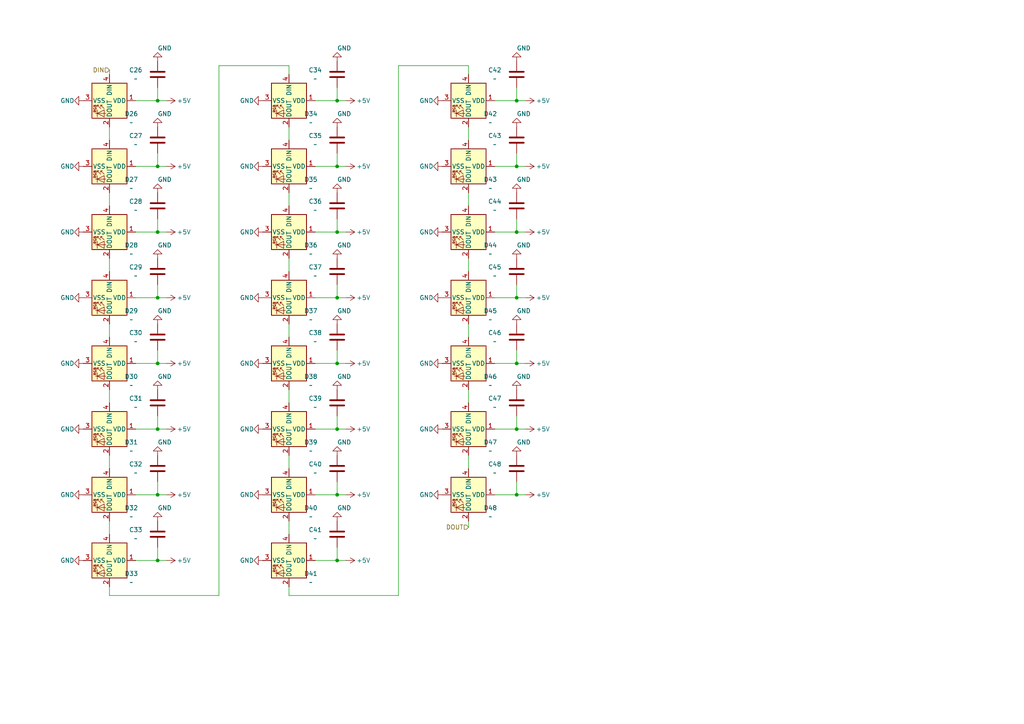
<source format=kicad_sch>
(kicad_sch (version 20211123) (generator eeschema)
  (paper "A4")
  (lib_symbols
    (symbol "Device:C" (pin_numbers hide) (pin_names (offset 0.254))
      (property "Reference" "C" (at 0.635 2.54 0))
      (property "Value" "C" (at 0.635 -2.54 0))
      (symbol "C_0_1"
        (polyline (pts (xy -2.032 -0.762) (xy 2.032 -0.762)) (stroke (width 0.508)))
        (polyline (pts (xy -2.032 0.762) (xy 2.032 0.762)) (stroke (width 0.508)))
      )
      (symbol "C_1_1"
        (pin passive line (at 0 3.81 270) (length 2.794) (name "~") (number "1"))
        (pin passive line (at 0 -3.81 90) (length 2.794) (name "~") (number "2"))
      )
    )
    (symbol "LED:WS2812B" (pin_names (offset 0.254))
      (property "Reference" "D" (at 5.08 5.715 0))
      (property "Value" "WS2812B" (at 1.27 -5.715 0))
      (symbol "WS2812B_0_0"
        (text "RGB" (at 2.286 -4.191 0) (effects (font (size 0.762 0.762))))
      )
      (symbol "WS2812B_0_1"
        (polyline (pts (xy 1.27 -3.556) (xy 1.778 -3.556)))
        (polyline (pts (xy 1.27 -2.54) (xy 1.778 -2.54)))
        (polyline (pts (xy 4.699 -3.556) (xy 2.667 -3.556)))
        (polyline (pts (xy 2.286 -2.54) (xy 1.27 -3.556) (xy 1.27 -3.048)))
        (polyline (pts (xy 2.286 -1.524) (xy 1.27 -2.54) (xy 1.27 -2.032)))
        (polyline (pts (xy 3.683 -1.016) (xy 3.683 -3.556) (xy 3.683 -4.064)))
        (polyline (pts (xy 4.699 -1.524) (xy 2.667 -1.524) (xy 3.683 -3.556) (xy 4.699 -1.524)))
        (rectangle (start 5.08 5.08) (end -5.08 -5.08) (stroke (width 0.254)) (fill (type background)))
      )
      (symbol "WS2812B_1_1"
        (pin power_in line (at 0 7.62 270) (length 2.54) (name "VDD") (number "1"))
        (pin output line (at 7.62 0 180) (length 2.54) (name "DOUT") (number "2"))
        (pin power_in line (at 0 -7.62 90) (length 2.54) (name "VSS") (number "3"))
        (pin input line (at -7.62 0 0) (length 2.54) (name "DIN") (number "4"))
      )
    )
    (symbol "power:+5V" (power) (pin_names (offset 0))
      (property "Value" "+5V" (at 0 3.556 0))
      (symbol "+5V_0_1"
        (polyline (pts (xy -0.762 1.27) (xy 0 2.54)))
        (polyline (pts (xy 0 0) (xy 0 2.54)))
        (polyline (pts (xy 0 2.54) (xy 0.762 1.27)))
      )
      (symbol "+5V_1_1"
        (pin power_in line (at 0 0 90) (length 0) hide (name "+5V") (number "1"))
      )
    )
    (symbol "power:GND" (power) (pin_names (offset 0))
      (property "Value" "GND" (at 0 -3.81 0))
      (symbol "GND_0_1"
        (polyline (pts (xy 0 0) (xy 0 -1.27) (xy 1.27 -1.27) (xy 0 -2.54) (xy -1.27 -1.27) (xy 0 -1.27)))
      )
      (symbol "GND_1_1"
        (pin power_in line (at 0 0 270) (length 0) hide (name "GND") (number "1"))
      )
    )
  )
  (junction (at 97.79 162.56))
  (junction (at 149.86 86.36))
  (junction (at 97.79 48.26))
  (junction (at 45.72 105.41))
  (junction (at 45.72 48.26))
  (junction (at 149.86 48.26))
  (junction (at 97.79 86.36))
  (junction (at 149.86 105.41))
  (junction (at 45.72 67.31))
  (junction (at 45.72 143.51))
  (junction (at 97.79 143.51))
  (junction (at 149.86 29.21))
  (junction (at 45.72 86.36))
  (junction (at 45.72 162.56))
  (junction (at 97.79 67.31))
  (junction (at 45.72 124.46))
  (junction (at 97.79 124.46))
  (junction (at 149.86 124.46))
  (junction (at 149.86 143.51))
  (junction (at 97.79 105.41))
  (junction (at 149.86 67.31))
  (junction (at 97.79 29.21))
  (junction (at 45.72 29.21))
  (wire (pts (xy 149.86 63.5) (xy 149.86 67.31)))
  (wire (pts (xy 135.89 152.908) (xy 135.89 151.13)))
  (wire (pts (xy 149.86 25.4) (xy 149.86 29.21)))
  (wire (pts (xy 152.4 105.41) (xy 149.86 105.41)))
  (wire (pts (xy 63.5 19.05) (xy 63.5 172.72)))
  (wire (pts (xy 45.72 101.6) (xy 45.72 105.41)))
  (wire (pts (xy 143.51 67.31) (xy 149.86 67.31)))
  (wire (pts (xy 135.89 55.88) (xy 135.89 59.69)))
  (wire (pts (xy 97.79 63.5) (xy 97.79 67.31)))
  (wire (pts (xy 31.75 113.03) (xy 31.75 116.84)))
  (wire (pts (xy 83.82 113.03) (xy 83.82 116.84)))
  (wire (pts (xy 152.4 48.26) (xy 149.86 48.26)))
  (wire (pts (xy 143.51 105.41) (xy 149.86 105.41)))
  (wire (pts (xy 100.33 86.36) (xy 97.79 86.36)))
  (wire (pts (xy 48.26 86.36) (xy 45.72 86.36)))
  (wire (pts (xy 143.51 48.26) (xy 149.86 48.26)))
  (wire (pts (xy 48.26 162.56) (xy 45.72 162.56)))
  (wire (pts (xy 91.44 143.51) (xy 97.79 143.51)))
  (wire (pts (xy 48.26 67.31) (xy 45.72 67.31)))
  (wire (pts (xy 149.86 101.6) (xy 149.86 105.41)))
  (wire (pts (xy 31.75 55.88) (xy 31.75 59.69)))
  (wire (pts (xy 91.44 162.56) (xy 97.79 162.56)))
  (wire (pts (xy 100.33 143.51) (xy 97.79 143.51)))
  (wire (pts (xy 143.51 143.51) (xy 149.86 143.51)))
  (wire (pts (xy 97.79 158.75) (xy 97.79 162.56)))
  (wire (pts (xy 39.37 86.36) (xy 45.72 86.36)))
  (wire (pts (xy 83.82 74.93) (xy 83.82 78.74)))
  (wire (pts (xy 143.51 29.21) (xy 149.86 29.21)))
  (wire (pts (xy 39.37 105.41) (xy 45.72 105.41)))
  (wire (pts (xy 143.51 86.36) (xy 149.86 86.36)))
  (wire (pts (xy 100.33 48.26) (xy 97.79 48.26)))
  (wire (pts (xy 91.44 29.21) (xy 97.79 29.21)))
  (wire (pts (xy 149.86 120.65) (xy 149.86 124.46)))
  (wire (pts (xy 152.4 67.31) (xy 149.86 67.31)))
  (wire (pts (xy 31.75 20.32) (xy 31.75 21.59)))
  (wire (pts (xy 45.72 158.75) (xy 45.72 162.56)))
  (wire (pts (xy 152.4 143.51) (xy 149.86 143.51)))
  (wire (pts (xy 83.82 151.13) (xy 83.82 154.94)))
  (wire (pts (xy 83.82 36.83) (xy 83.82 40.64)))
  (wire (pts (xy 135.89 19.05) (xy 135.89 21.59)))
  (wire (pts (xy 115.57 19.05) (xy 115.57 172.72)))
  (wire (pts (xy 31.75 170.18) (xy 31.75 172.72)))
  (wire (pts (xy 83.82 55.88) (xy 83.82 59.69)))
  (wire (pts (xy 63.5 19.05) (xy 83.82 19.05)))
  (wire (pts (xy 48.26 29.21) (xy 45.72 29.21)))
  (wire (pts (xy 97.79 120.65) (xy 97.79 124.46)))
  (wire (pts (xy 135.89 93.98) (xy 135.89 97.79)))
  (wire (pts (xy 45.72 82.55) (xy 45.72 86.36)))
  (wire (pts (xy 39.37 48.26) (xy 45.72 48.26)))
  (wire (pts (xy 48.26 143.51) (xy 45.72 143.51)))
  (wire (pts (xy 135.89 74.93) (xy 135.89 78.74)))
  (wire (pts (xy 83.82 172.72) (xy 115.57 172.72)))
  (wire (pts (xy 45.72 44.45) (xy 45.72 48.26)))
  (wire (pts (xy 97.79 139.7) (xy 97.79 143.51)))
  (wire (pts (xy 135.89 132.08) (xy 135.89 135.89)))
  (wire (pts (xy 152.4 124.46) (xy 149.86 124.46)))
  (wire (pts (xy 149.86 82.55) (xy 149.86 86.36)))
  (wire (pts (xy 97.79 101.6) (xy 97.79 105.41)))
  (wire (pts (xy 149.86 44.45) (xy 149.86 48.26)))
  (wire (pts (xy 31.75 132.08) (xy 31.75 135.89)))
  (wire (pts (xy 97.79 25.4) (xy 97.79 29.21)))
  (wire (pts (xy 48.26 124.46) (xy 45.72 124.46)))
  (wire (pts (xy 48.26 48.26) (xy 45.72 48.26)))
  (wire (pts (xy 97.79 82.55) (xy 97.79 86.36)))
  (wire (pts (xy 115.57 19.05) (xy 135.89 19.05)))
  (wire (pts (xy 91.44 86.36) (xy 97.79 86.36)))
  (wire (pts (xy 97.79 44.45) (xy 97.79 48.26)))
  (wire (pts (xy 83.82 170.18) (xy 83.82 172.72)))
  (wire (pts (xy 48.26 105.41) (xy 45.72 105.41)))
  (wire (pts (xy 45.72 139.7) (xy 45.72 143.51)))
  (wire (pts (xy 91.44 124.46) (xy 97.79 124.46)))
  (wire (pts (xy 83.82 19.05) (xy 83.82 21.59)))
  (wire (pts (xy 149.86 139.7) (xy 149.86 143.51)))
  (wire (pts (xy 91.44 105.41) (xy 97.79 105.41)))
  (wire (pts (xy 31.75 172.72) (xy 63.5 172.72)))
  (wire (pts (xy 100.33 162.56) (xy 97.79 162.56)))
  (wire (pts (xy 91.44 48.26) (xy 97.79 48.26)))
  (wire (pts (xy 31.75 36.83) (xy 31.75 40.64)))
  (wire (pts (xy 45.72 63.5) (xy 45.72 67.31)))
  (wire (pts (xy 135.89 36.83) (xy 135.89 40.64)))
  (wire (pts (xy 100.33 105.41) (xy 97.79 105.41)))
  (wire (pts (xy 39.37 29.21) (xy 45.72 29.21)))
  (wire (pts (xy 39.37 143.51) (xy 45.72 143.51)))
  (wire (pts (xy 135.89 113.03) (xy 135.89 116.84)))
  (wire (pts (xy 83.82 93.98) (xy 83.82 97.79)))
  (wire (pts (xy 45.72 25.4) (xy 45.72 29.21)))
  (wire (pts (xy 39.37 124.46) (xy 45.72 124.46)))
  (wire (pts (xy 39.37 67.31) (xy 45.72 67.31)))
  (wire (pts (xy 31.75 74.93) (xy 31.75 78.74)))
  (wire (pts (xy 31.75 93.98) (xy 31.75 97.79)))
  (wire (pts (xy 100.33 29.21) (xy 97.79 29.21)))
  (wire (pts (xy 83.82 132.08) (xy 83.82 135.89)))
  (wire (pts (xy 100.33 124.46) (xy 97.79 124.46)))
  (wire (pts (xy 45.72 120.65) (xy 45.72 124.46)))
  (wire (pts (xy 39.37 162.56) (xy 45.72 162.56)))
  (wire (pts (xy 152.4 86.36) (xy 149.86 86.36)))
  (wire (pts (xy 100.33 67.31) (xy 97.79 67.31)))
  (wire (pts (xy 143.51 124.46) (xy 149.86 124.46)))
  (wire (pts (xy 31.75 151.13) (xy 31.75 154.94)))
  (wire (pts (xy 91.44 67.31) (xy 97.79 67.31)))
  (wire (pts (xy 152.4 29.21) (xy 149.86 29.21)))
  (hierarchical_label "DIN" (shape input) (at 31.75 20.32 180))
  (hierarchical_label "DOUT" (shape input) (at 135.89 152.908 180))
  (symbol (lib_id "power:GND") (at 45.72 93.98 180) (unit 1)
    (property "Reference" "#PWR0232" (effects hide))
    (property "Value" "~" (at 45.7201 90.17 0) (effects (justify right)))
  )
  (symbol (lib_id "power:+5V") (at 48.26 162.56 270) (unit 1)
    (property "Reference" "#PWR0241" (effects hide))
    (property "Value" "~" (at 53.34 162.56 90))
  )
  (symbol (lib_id "LED:WS2812B") (at 135.89 124.46 270) (unit 1)
    (property "Reference" "D47" (at 142.24 128.27 90))
    (property "Value" "~" (at 142.24 130.81 90))
    (property "Footprint" "LED_SMD:LED_WS2812B_PLCC4_5.0x5.0mm_P3.2mm" (effects hide))
    (property "Datasheet" "https://cdn-shop.adafruit.com/datasheets/WS2812B.pdf" (effects hide))
  )
  (symbol (lib_id "power:GND") (at 76.2 67.31 270) (unit 1)
    (property "Reference" "#PWR0205" (effects hide))
    (property "Value" "~" (at 73.66 67.31 90) (effects (justify right)))
  )
  (symbol (lib_id "LED:WS2812B") (at 83.82 143.51 270) (unit 1)
    (property "Reference" "D40" (at 90.17 147.32 90))
    (property "Value" "~" (at 90.17 149.86 90))
    (property "Footprint" "LED_SMD:LED_WS2812B_PLCC4_5.0x5.0mm_P3.2mm" (effects hide))
    (property "Datasheet" "https://cdn-shop.adafruit.com/datasheets/WS2812B.pdf" (effects hide))
  )
  (symbol (lib_id "power:GND") (at 97.79 151.13 180) (unit 1)
    (property "Reference" "#PWR0245" (effects hide))
    (property "Value" "~" (at 97.7901 147.32 0) (effects (justify right)))
  )
  (symbol (lib_id "Device:C") (at 45.72 40.64 0) (unit 1)
    (property "Reference" "C27" (at 39.37 39.37 0))
    (property "Value" "~" (at 39.37 41.91 0))
    (property "Footprint" "Library:C_0805_2012Metric silk moved" (effects hide))
  )
  (symbol (lib_id "power:GND") (at 149.86 17.78 180) (unit 1)
    (property "Reference" "#PWR0228" (effects hide))
    (property "Value" "~" (at 149.8601 13.97 0) (effects (justify right)))
  )
  (symbol (lib_id "power:+5V") (at 100.33 143.51 270) (unit 1)
    (property "Reference" "#PWR0190" (effects hide))
    (property "Value" "~" (at 105.41 143.51 90))
  )
  (symbol (lib_id "Device:C") (at 45.72 135.89 0) (unit 1)
    (property "Reference" "C32" (at 39.37 134.62 0))
    (property "Value" "~" (at 39.37 137.16 0))
    (property "Footprint" "Library:C_0805_2012Metric silk moved" (effects hide))
  )
  (symbol (lib_id "power:+5V") (at 152.4 105.41 270) (unit 1)
    (property "Reference" "#PWR0194" (effects hide))
    (property "Value" "~" (at 157.48 105.41 90))
  )
  (symbol (lib_id "LED:WS2812B") (at 135.89 105.41 270) (unit 1)
    (property "Reference" "D46" (at 142.24 109.22 90))
    (property "Value" "~" (at 142.24 111.76 90))
    (property "Footprint" "LED_SMD:LED_WS2812B_PLCC4_5.0x5.0mm_P3.2mm" (effects hide))
    (property "Datasheet" "https://cdn-shop.adafruit.com/datasheets/WS2812B.pdf" (effects hide))
  )
  (symbol (lib_id "power:GND") (at 97.79 17.78 180) (unit 1)
    (property "Reference" "#PWR0212" (effects hide))
    (property "Value" "~" (at 97.7901 13.97 0) (effects (justify right)))
  )
  (symbol (lib_id "power:GND") (at 24.13 143.51 270) (unit 1)
    (property "Reference" "#PWR0185" (effects hide))
    (property "Value" "~" (at 21.59 143.51 90) (effects (justify right)))
  )
  (symbol (lib_id "power:GND") (at 149.86 93.98 180) (unit 1)
    (property "Reference" "#PWR0195" (effects hide))
    (property "Value" "~" (at 149.8601 90.17 0) (effects (justify right)))
  )
  (symbol (lib_id "power:+5V") (at 48.26 67.31 270) (unit 1)
    (property "Reference" "#PWR0248" (effects hide))
    (property "Value" "~" (at 53.34 67.31 90))
  )
  (symbol (lib_id "power:GND") (at 128.27 48.26 270) (unit 1)
    (property "Reference" "#PWR0225" (effects hide))
    (property "Value" "~" (at 125.73 48.26 90) (effects (justify right)))
  )
  (symbol (lib_id "Device:C") (at 149.86 40.64 0) (unit 1)
    (property "Reference" "C43" (at 143.51 39.37 0))
    (property "Value" "~" (at 143.51 41.91 0))
    (property "Footprint" "Library:C_0805_2012Metric silk moved" (effects hide))
  )
  (symbol (lib_id "power:GND") (at 76.2 48.26 270) (unit 1)
    (property "Reference" "#PWR0211" (effects hide))
    (property "Value" "~" (at 73.66 48.26 90) (effects (justify right)))
  )
  (symbol (lib_id "Device:C") (at 97.79 154.94 0) (unit 1)
    (property "Reference" "C41" (at 91.44 153.67 0))
    (property "Value" "~" (at 91.44 156.21 0))
    (property "Footprint" "Library:C_0805_2012Metric silk moved" (effects hide))
  )
  (symbol (lib_id "power:+5V") (at 48.26 29.21 270) (unit 1)
    (property "Reference" "#PWR0216" (effects hide))
    (property "Value" "~" (at 53.34 29.21 90))
  )
  (symbol (lib_id "Device:C") (at 149.86 21.59 0) (unit 1)
    (property "Reference" "C42" (at 143.51 20.32 0))
    (property "Value" "~" (at 143.51 22.86 0))
    (property "Footprint" "Library:C_0805_2012Metric silk moved" (effects hide))
  )
  (symbol (lib_id "power:GND") (at 45.72 17.78 180) (unit 1)
    (property "Reference" "#PWR0213" (effects hide))
    (property "Value" "~" (at 45.7201 13.97 0) (effects (justify right)))
  )
  (symbol (lib_id "LED:WS2812B") (at 135.89 86.36 270) (unit 1)
    (property "Reference" "D45" (at 142.24 90.17 90))
    (property "Value" "~" (at 142.24 92.71 90))
    (property "Footprint" "LED_SMD:LED_WS2812B_PLCC4_5.0x5.0mm_P3.2mm" (effects hide))
    (property "Datasheet" "https://cdn-shop.adafruit.com/datasheets/WS2812B.pdf" (effects hide))
  )
  (symbol (lib_id "power:+5V") (at 100.33 67.31 270) (unit 1)
    (property "Reference" "#PWR0226" (effects hide))
    (property "Value" "~" (at 105.41 67.31 90))
  )
  (symbol (lib_id "power:GND") (at 24.13 29.21 270) (unit 1)
    (property "Reference" "#PWR0214" (effects hide))
    (property "Value" "~" (at 21.59 29.21 90) (effects (justify right)))
  )
  (symbol (lib_id "power:GND") (at 76.2 162.56 270) (unit 1)
    (property "Reference" "#PWR0242" (effects hide))
    (property "Value" "~" (at 73.66 162.56 90) (effects (justify right)))
  )
  (symbol (lib_id "power:GND") (at 97.79 132.08 180) (unit 1)
    (property "Reference" "#PWR0239" (effects hide))
    (property "Value" "~" (at 97.7901 128.27 0) (effects (justify right)))
  )
  (symbol (lib_id "LED:WS2812B") (at 83.82 86.36 270) (unit 1)
    (property "Reference" "D37" (at 90.17 90.17 90))
    (property "Value" "~" (at 90.17 92.71 90))
    (property "Footprint" "LED_SMD:LED_WS2812B_PLCC4_5.0x5.0mm_P3.2mm" (effects hide))
    (property "Datasheet" "https://cdn-shop.adafruit.com/datasheets/WS2812B.pdf" (effects hide))
  )
  (symbol (lib_id "power:+5V") (at 152.4 86.36 270) (unit 1)
    (property "Reference" "#PWR0193" (effects hide))
    (property "Value" "~" (at 157.48 86.36 90))
  )
  (symbol (lib_id "Device:C") (at 97.79 116.84 0) (unit 1)
    (property "Reference" "C39" (at 91.44 115.57 0))
    (property "Value" "~" (at 91.44 118.11 0))
    (property "Footprint" "Library:C_0805_2012Metric silk moved" (effects hide))
  )
  (symbol (lib_id "LED:WS2812B") (at 31.75 67.31 270) (unit 1)
    (property "Reference" "D28" (at 38.1 71.12 90))
    (property "Value" "~" (at 38.1 73.66 90))
    (property "Footprint" "LED_SMD:LED_WS2812B_PLCC4_5.0x5.0mm_P3.2mm" (effects hide))
    (property "Datasheet" "https://cdn-shop.adafruit.com/datasheets/WS2812B.pdf" (effects hide))
  )
  (symbol (lib_id "Device:C") (at 149.86 135.89 0) (unit 1)
    (property "Reference" "C48" (at 143.51 134.62 0))
    (property "Value" "~" (at 143.51 137.16 0))
    (property "Footprint" "Library:C_0805_2012Metric silk moved" (effects hide))
  )
  (symbol (lib_id "Device:C") (at 45.72 59.69 0) (unit 1)
    (property "Reference" "C28" (at 39.37 58.42 0))
    (property "Value" "~" (at 39.37 60.96 0))
    (property "Footprint" "Library:C_0805_2012Metric silk moved" (effects hide))
  )
  (symbol (lib_id "power:+5V") (at 48.26 124.46 270) (unit 1)
    (property "Reference" "#PWR0182" (effects hide))
    (property "Value" "~" (at 53.34 124.46 90))
  )
  (symbol (lib_id "LED:WS2812B") (at 135.89 29.21 270) (unit 1)
    (property "Reference" "D42" (at 142.24 33.02 90))
    (property "Value" "~" (at 142.24 35.56 90))
    (property "Footprint" "LED_SMD:LED_WS2812B_PLCC4_5.0x5.0mm_P3.2mm" (effects hide))
    (property "Datasheet" "https://cdn-shop.adafruit.com/datasheets/WS2812B.pdf" (effects hide))
  )
  (symbol (lib_id "power:GND") (at 149.86 74.93 180) (unit 1)
    (property "Reference" "#PWR0230" (effects hide))
    (property "Value" "~" (at 149.8601 71.12 0) (effects (justify right)))
  )
  (symbol (lib_id "power:GND") (at 24.13 48.26 270) (unit 1)
    (property "Reference" "#PWR0217" (effects hide))
    (property "Value" "~" (at 21.59 48.26 90) (effects (justify right)))
  )
  (symbol (lib_id "power:GND") (at 128.27 105.41 270) (unit 1)
    (property "Reference" "#PWR0198" (effects hide))
    (property "Value" "~" (at 125.73 105.41 90) (effects (justify right)))
  )
  (symbol (lib_id "LED:WS2812B") (at 31.75 143.51 270) (unit 1)
    (property "Reference" "D32" (at 38.1 147.32 90))
    (property "Value" "~" (at 38.1 149.86 90))
    (property "Footprint" "LED_SMD:LED_WS2812B_PLCC4_5.0x5.0mm_P3.2mm" (effects hide))
    (property "Datasheet" "https://cdn-shop.adafruit.com/datasheets/WS2812B.pdf" (effects hide))
  )
  (symbol (lib_id "Device:C") (at 97.79 97.79 0) (unit 1)
    (property "Reference" "C38" (at 91.44 96.52 0))
    (property "Value" "~" (at 91.44 99.06 0))
    (property "Footprint" "Library:C_0805_2012Metric silk moved" (effects hide))
  )
  (symbol (lib_id "Device:C") (at 149.86 97.79 0) (unit 1)
    (property "Reference" "C46" (at 143.51 96.52 0))
    (property "Value" "~" (at 143.51 99.06 0))
    (property "Footprint" "Library:C_0805_2012Metric silk moved" (effects hide))
  )
  (symbol (lib_id "LED:WS2812B") (at 31.75 124.46 270) (unit 1)
    (property "Reference" "D31" (at 38.1 128.27 90))
    (property "Value" "~" (at 38.1 130.81 90))
    (property "Footprint" "LED_SMD:LED_WS2812B_PLCC4_5.0x5.0mm_P3.2mm" (effects hide))
    (property "Datasheet" "https://cdn-shop.adafruit.com/datasheets/WS2812B.pdf" (effects hide))
  )
  (symbol (lib_id "power:GND") (at 24.13 162.56 270) (unit 1)
    (property "Reference" "#PWR0180" (effects hide))
    (property "Value" "~" (at 21.59 162.56 90) (effects (justify right)))
  )
  (symbol (lib_id "power:GND") (at 45.72 36.83 180) (unit 1)
    (property "Reference" "#PWR0215" (effects hide))
    (property "Value" "~" (at 45.7201 33.02 0) (effects (justify right)))
  )
  (symbol (lib_id "LED:WS2812B") (at 83.82 124.46 270) (unit 1)
    (property "Reference" "D39" (at 90.17 128.27 90))
    (property "Value" "~" (at 90.17 130.81 90))
    (property "Footprint" "LED_SMD:LED_WS2812B_PLCC4_5.0x5.0mm_P3.2mm" (effects hide))
    (property "Datasheet" "https://cdn-shop.adafruit.com/datasheets/WS2812B.pdf" (effects hide))
  )
  (symbol (lib_id "power:GND") (at 76.2 124.46 270) (unit 1)
    (property "Reference" "#PWR0243" (effects hide))
    (property "Value" "~" (at 73.66 124.46 90) (effects (justify right)))
  )
  (symbol (lib_id "power:+5V") (at 152.4 124.46 270) (unit 1)
    (property "Reference" "#PWR0197" (effects hide))
    (property "Value" "~" (at 157.48 124.46 90))
  )
  (symbol (lib_id "Device:C") (at 149.86 59.69 0) (unit 1)
    (property "Reference" "C44" (at 143.51 58.42 0))
    (property "Value" "~" (at 143.51 60.96 0))
    (property "Footprint" "Library:C_0805_2012Metric silk moved" (effects hide))
  )
  (symbol (lib_id "LED:WS2812B") (at 31.75 162.56 270) (unit 1)
    (property "Reference" "D33" (at 38.1 166.37 90))
    (property "Value" "~" (at 38.1 168.91 90))
    (property "Footprint" "LED_SMD:LED_WS2812B_PLCC4_5.0x5.0mm_P3.2mm" (effects hide))
    (property "Datasheet" "https://cdn-shop.adafruit.com/datasheets/WS2812B.pdf" (effects hide))
  )
  (symbol (lib_id "power:GND") (at 97.79 113.03 180) (unit 1)
    (property "Reference" "#PWR0206" (effects hide))
    (property "Value" "~" (at 97.7901 109.22 0) (effects (justify right)))
  )
  (symbol (lib_id "power:+5V") (at 100.33 48.26 270) (unit 1)
    (property "Reference" "#PWR0227" (effects hide))
    (property "Value" "~" (at 105.41 48.26 90))
  )
  (symbol (lib_id "power:GND") (at 76.2 105.41 270) (unit 1)
    (property "Reference" "#PWR0207" (effects hide))
    (property "Value" "~" (at 73.66 105.41 90) (effects (justify right)))
  )
  (symbol (lib_id "Device:C") (at 149.86 116.84 0) (unit 1)
    (property "Reference" "C47" (at 143.51 115.57 0))
    (property "Value" "~" (at 143.51 118.11 0))
    (property "Footprint" "Library:C_0805_2012Metric silk moved" (effects hide))
  )
  (symbol (lib_id "LED:WS2812B") (at 83.82 67.31 270) (unit 1)
    (property "Reference" "D36" (at 90.17 71.12 90))
    (property "Value" "~" (at 90.17 73.66 90))
    (property "Footprint" "LED_SMD:LED_WS2812B_PLCC4_5.0x5.0mm_P3.2mm" (effects hide))
    (property "Datasheet" "https://cdn-shop.adafruit.com/datasheets/WS2812B.pdf" (effects hide))
  )
  (symbol (lib_id "LED:WS2812B") (at 31.75 48.26 270) (unit 1)
    (property "Reference" "D27" (at 38.1 52.07 90))
    (property "Value" "~" (at 38.1 54.61 90))
    (property "Footprint" "LED_SMD:LED_WS2812B_PLCC4_5.0x5.0mm_P3.2mm" (effects hide))
    (property "Datasheet" "https://cdn-shop.adafruit.com/datasheets/WS2812B.pdf" (effects hide))
  )
  (symbol (lib_id "power:GND") (at 45.72 55.88 180) (unit 1)
    (property "Reference" "#PWR0246" (effects hide))
    (property "Value" "~" (at 45.7201 52.07 0) (effects (justify right)))
  )
  (symbol (lib_id "power:GND") (at 45.72 113.03 180) (unit 1)
    (property "Reference" "#PWR0235" (effects hide))
    (property "Value" "~" (at 45.7201 109.22 0) (effects (justify right)))
  )
  (symbol (lib_id "power:GND") (at 76.2 29.21 270) (unit 1)
    (property "Reference" "#PWR0208" (effects hide))
    (property "Value" "~" (at 73.66 29.21 90) (effects (justify right)))
  )
  (symbol (lib_id "power:GND") (at 24.13 124.46 270) (unit 1)
    (property "Reference" "#PWR0186" (effects hide))
    (property "Value" "~" (at 21.59 124.46 90) (effects (justify right)))
  )
  (symbol (lib_id "LED:WS2812B") (at 135.89 67.31 270) (unit 1)
    (property "Reference" "D44" (at 142.24 71.12 90))
    (property "Value" "~" (at 142.24 73.66 90))
    (property "Footprint" "LED_SMD:LED_WS2812B_PLCC4_5.0x5.0mm_P3.2mm" (effects hide))
    (property "Datasheet" "https://cdn-shop.adafruit.com/datasheets/WS2812B.pdf" (effects hide))
  )
  (symbol (lib_id "power:GND") (at 128.27 124.46 270) (unit 1)
    (property "Reference" "#PWR0191" (effects hide))
    (property "Value" "~" (at 125.73 124.46 90) (effects (justify right)))
  )
  (symbol (lib_id "Device:C") (at 97.79 21.59 0) (unit 1)
    (property "Reference" "C34" (at 91.44 20.32 0))
    (property "Value" "~" (at 91.44 22.86 0))
    (property "Footprint" "Library:C_0805_2012Metric silk moved" (effects hide))
  )
  (symbol (lib_id "power:GND") (at 45.72 151.13 180) (unit 1)
    (property "Reference" "#PWR0184" (effects hide))
    (property "Value" "~" (at 45.7201 147.32 0) (effects (justify right)))
  )
  (symbol (lib_id "Device:C") (at 97.79 59.69 0) (unit 1)
    (property "Reference" "C36" (at 91.44 58.42 0))
    (property "Value" "~" (at 91.44 60.96 0))
    (property "Footprint" "Library:C_0805_2012Metric silk moved" (effects hide))
  )
  (symbol (lib_id "power:+5V") (at 100.33 86.36 270) (unit 1)
    (property "Reference" "#PWR0200" (effects hide))
    (property "Value" "~" (at 105.41 86.36 90))
  )
  (symbol (lib_id "power:+5V") (at 152.4 143.51 270) (unit 1)
    (property "Reference" "#PWR0188" (effects hide))
    (property "Value" "~" (at 157.48 143.51 90))
  )
  (symbol (lib_id "LED:WS2812B") (at 83.82 29.21 270) (unit 1)
    (property "Reference" "D34" (at 90.17 33.02 90))
    (property "Value" "~" (at 90.17 35.56 90))
    (property "Footprint" "LED_SMD:LED_WS2812B_PLCC4_5.0x5.0mm_P3.2mm" (effects hide))
    (property "Datasheet" "https://cdn-shop.adafruit.com/datasheets/WS2812B.pdf" (effects hide))
  )
  (symbol (lib_id "Device:C") (at 97.79 78.74 0) (unit 1)
    (property "Reference" "C37" (at 91.44 77.47 0))
    (property "Value" "~" (at 91.44 80.01 0))
    (property "Footprint" "Library:C_0805_2012Metric silk moved" (effects hide))
  )
  (symbol (lib_id "power:+5V") (at 152.4 48.26 270) (unit 1)
    (property "Reference" "#PWR0220" (effects hide))
    (property "Value" "~" (at 157.48 48.26 90))
  )
  (symbol (lib_id "Device:C") (at 45.72 78.74 0) (unit 1)
    (property "Reference" "C29" (at 39.37 77.47 0))
    (property "Value" "~" (at 39.37 80.01 0))
    (property "Footprint" "Library:C_0805_2012Metric silk moved" (effects hide))
  )
  (symbol (lib_id "power:+5V") (at 100.33 124.46 270) (unit 1)
    (property "Reference" "#PWR0189" (effects hide))
    (property "Value" "~" (at 105.41 124.46 90))
  )
  (symbol (lib_id "power:+5V") (at 48.26 86.36 270) (unit 1)
    (property "Reference" "#PWR0231" (effects hide))
    (property "Value" "~" (at 53.34 86.36 90))
  )
  (symbol (lib_id "power:+5V") (at 100.33 162.56 270) (unit 1)
    (property "Reference" "#PWR0240" (effects hide))
    (property "Value" "~" (at 105.41 162.56 90))
  )
  (symbol (lib_id "power:GND") (at 149.86 113.03 180) (unit 1)
    (property "Reference" "#PWR0187" (effects hide))
    (property "Value" "~" (at 149.8601 109.22 0) (effects (justify right)))
  )
  (symbol (lib_id "power:GND") (at 45.72 74.93 180) (unit 1)
    (property "Reference" "#PWR0233" (effects hide))
    (property "Value" "~" (at 45.7201 71.12 0) (effects (justify right)))
  )
  (symbol (lib_id "LED:WS2812B") (at 83.82 48.26 270) (unit 1)
    (property "Reference" "D35" (at 90.17 52.07 90))
    (property "Value" "~" (at 90.17 54.61 90))
    (property "Footprint" "LED_SMD:LED_WS2812B_PLCC4_5.0x5.0mm_P3.2mm" (effects hide))
    (property "Datasheet" "https://cdn-shop.adafruit.com/datasheets/WS2812B.pdf" (effects hide))
  )
  (symbol (lib_id "power:GND") (at 149.86 132.08 180) (unit 1)
    (property "Reference" "#PWR0192" (effects hide))
    (property "Value" "~" (at 149.8601 128.27 0) (effects (justify right)))
  )
  (symbol (lib_id "power:GND") (at 97.79 93.98 180) (unit 1)
    (property "Reference" "#PWR0202" (effects hide))
    (property "Value" "~" (at 97.7901 90.17 0) (effects (justify right)))
  )
  (symbol (lib_id "Device:C") (at 97.79 135.89 0) (unit 1)
    (property "Reference" "C40" (at 91.44 134.62 0))
    (property "Value" "~" (at 91.44 137.16 0))
    (property "Footprint" "Library:C_0805_2012Metric silk moved" (effects hide))
  )
  (symbol (lib_id "power:GND") (at 149.86 55.88 180) (unit 1)
    (property "Reference" "#PWR0221" (effects hide))
    (property "Value" "~" (at 149.8601 52.07 0) (effects (justify right)))
  )
  (symbol (lib_id "Device:C") (at 45.72 21.59 0) (unit 1)
    (property "Reference" "C26" (at 39.37 20.32 0))
    (property "Value" "~" (at 39.37 22.86 0))
    (property "Footprint" "Library:C_0805_2012Metric silk moved" (effects hide))
  )
  (symbol (lib_id "power:+5V") (at 48.26 105.41 270) (unit 1)
    (property "Reference" "#PWR0236" (effects hide))
    (property "Value" "~" (at 53.34 105.41 90))
  )
  (symbol (lib_id "power:GND") (at 128.27 67.31 270) (unit 1)
    (property "Reference" "#PWR0224" (effects hide))
    (property "Value" "~" (at 125.73 67.31 90) (effects (justify right)))
  )
  (symbol (lib_id "power:+5V") (at 152.4 67.31 270) (unit 1)
    (property "Reference" "#PWR0222" (effects hide))
    (property "Value" "~" (at 157.48 67.31 90))
  )
  (symbol (lib_id "LED:WS2812B") (at 31.75 105.41 270) (unit 1)
    (property "Reference" "D30" (at 38.1 109.22 90))
    (property "Value" "~" (at 38.1 111.76 90))
    (property "Footprint" "LED_SMD:LED_WS2812B_PLCC4_5.0x5.0mm_P3.2mm" (effects hide))
    (property "Datasheet" "https://cdn-shop.adafruit.com/datasheets/WS2812B.pdf" (effects hide))
  )
  (symbol (lib_id "Device:C") (at 45.72 97.79 0) (unit 1)
    (property "Reference" "C30" (at 39.37 96.52 0))
    (property "Value" "~" (at 39.37 99.06 0))
    (property "Footprint" "Library:C_0805_2012Metric silk moved" (effects hide))
  )
  (symbol (lib_id "Device:C") (at 97.79 40.64 0) (unit 1)
    (property "Reference" "C35" (at 91.44 39.37 0))
    (property "Value" "~" (at 91.44 41.91 0))
    (property "Footprint" "Library:C_0805_2012Metric silk moved" (effects hide))
  )
  (symbol (lib_id "power:GND") (at 97.79 55.88 180) (unit 1)
    (property "Reference" "#PWR0210" (effects hide))
    (property "Value" "~" (at 97.7901 52.07 0) (effects (justify right)))
  )
  (symbol (lib_id "power:GND") (at 76.2 86.36 270) (unit 1)
    (property "Reference" "#PWR0203" (effects hide))
    (property "Value" "~" (at 73.66 86.36 90) (effects (justify right)))
  )
  (symbol (lib_id "power:+5V") (at 100.33 105.41 270) (unit 1)
    (property "Reference" "#PWR0201" (effects hide))
    (property "Value" "~" (at 105.41 105.41 90))
  )
  (symbol (lib_id "LED:WS2812B") (at 31.75 86.36 270) (unit 1)
    (property "Reference" "D29" (at 38.1 90.17 90))
    (property "Value" "~" (at 38.1 92.71 90))
    (property "Footprint" "LED_SMD:LED_WS2812B_PLCC4_5.0x5.0mm_P3.2mm" (effects hide))
    (property "Datasheet" "https://cdn-shop.adafruit.com/datasheets/WS2812B.pdf" (effects hide))
  )
  (symbol (lib_id "power:GND") (at 24.13 105.41 270) (unit 1)
    (property "Reference" "#PWR0237" (effects hide))
    (property "Value" "~" (at 21.59 105.41 90) (effects (justify right)))
  )
  (symbol (lib_id "power:GND") (at 128.27 143.51 270) (unit 1)
    (property "Reference" "#PWR0196" (effects hide))
    (property "Value" "~" (at 125.73 143.51 90) (effects (justify right)))
  )
  (symbol (lib_id "power:GND") (at 128.27 29.21 270) (unit 1)
    (property "Reference" "#PWR0218" (effects hide))
    (property "Value" "~" (at 125.73 29.21 90) (effects (justify right)))
  )
  (symbol (lib_id "power:+5V") (at 152.4 29.21 270) (unit 1)
    (property "Reference" "#PWR0229" (effects hide))
    (property "Value" "~" (at 157.48 29.21 90))
  )
  (symbol (lib_id "LED:WS2812B") (at 83.82 162.56 270) (unit 1)
    (property "Reference" "D41" (at 90.17 166.37 90))
    (property "Value" "~" (at 90.17 168.91 90))
    (property "Footprint" "LED_SMD:LED_WS2812B_PLCC4_5.0x5.0mm_P3.2mm" (effects hide))
    (property "Datasheet" "https://cdn-shop.adafruit.com/datasheets/WS2812B.pdf" (effects hide))
  )
  (symbol (lib_id "LED:WS2812B") (at 31.75 29.21 270) (unit 1)
    (property "Reference" "D26" (at 38.1 33.02 90))
    (property "Value" "~" (at 38.1 35.56 90))
    (property "Footprint" "LED_SMD:LED_WS2812B_PLCC4_5.0x5.0mm_P3.2mm" (effects hide))
    (property "Datasheet" "https://cdn-shop.adafruit.com/datasheets/WS2812B.pdf" (effects hide))
  )
  (symbol (lib_id "Device:C") (at 149.86 78.74 0) (unit 1)
    (property "Reference" "C45" (at 143.51 77.47 0))
    (property "Value" "~" (at 143.51 80.01 0))
    (property "Footprint" "Library:C_0805_2012Metric silk moved" (effects hide))
  )
  (symbol (lib_id "power:+5V") (at 100.33 29.21 270) (unit 1)
    (property "Reference" "#PWR0219" (effects hide))
    (property "Value" "~" (at 105.41 29.21 90))
  )
  (symbol (lib_id "Device:C") (at 45.72 154.94 0) (unit 1)
    (property "Reference" "C33" (at 39.37 153.67 0))
    (property "Value" "~" (at 39.37 156.21 0))
    (property "Footprint" "Library:C_0805_2012Metric silk moved" (effects hide))
  )
  (symbol (lib_id "power:GND") (at 24.13 86.36 270) (unit 1)
    (property "Reference" "#PWR0238" (effects hide))
    (property "Value" "~" (at 21.59 86.36 90) (effects (justify right)))
  )
  (symbol (lib_id "power:GND") (at 128.27 86.36 270) (unit 1)
    (property "Reference" "#PWR0199" (effects hide))
    (property "Value" "~" (at 125.73 86.36 90) (effects (justify right)))
  )
  (symbol (lib_id "LED:WS2812B") (at 135.89 48.26 270) (unit 1)
    (property "Reference" "D43" (at 142.24 52.07 90))
    (property "Value" "~" (at 142.24 54.61 90))
    (property "Footprint" "LED_SMD:LED_WS2812B_PLCC4_5.0x5.0mm_P3.2mm" (effects hide))
    (property "Datasheet" "https://cdn-shop.adafruit.com/datasheets/WS2812B.pdf" (effects hide))
  )
  (symbol (lib_id "power:GND") (at 76.2 143.51 270) (unit 1)
    (property "Reference" "#PWR0244" (effects hide))
    (property "Value" "~" (at 73.66 143.51 90) (effects (justify right)))
  )
  (symbol (lib_id "power:+5V") (at 48.26 48.26 270) (unit 1)
    (property "Reference" "#PWR0247" (effects hide))
    (property "Value" "~" (at 53.34 48.26 90))
  )
  (symbol (lib_id "LED:WS2812B") (at 135.89 143.51 270) (unit 1)
    (property "Reference" "D48" (at 142.24 147.32 90))
    (property "Value" "~" (at 142.24 149.86 90))
    (property "Footprint" "LED_SMD:LED_WS2812B_PLCC4_5.0x5.0mm_P3.2mm" (effects hide))
    (property "Datasheet" "https://cdn-shop.adafruit.com/datasheets/WS2812B.pdf" (effects hide))
  )
  (symbol (lib_id "power:GND") (at 97.79 36.83 180) (unit 1)
    (property "Reference" "#PWR0209" (effects hide))
    (property "Value" "~" (at 97.7901 33.02 0) (effects (justify right)))
  )
  (symbol (lib_id "power:+5V") (at 48.26 143.51 270) (unit 1)
    (property "Reference" "#PWR0181" (effects hide))
    (property "Value" "~" (at 53.34 143.51 90))
  )
  (symbol (lib_id "power:GND") (at 97.79 74.93 180) (unit 1)
    (property "Reference" "#PWR0204" (effects hide))
    (property "Value" "~" (at 97.7901 71.12 0) (effects (justify right)))
  )
  (symbol (lib_id "power:GND") (at 45.72 132.08 180) (unit 1)
    (property "Reference" "#PWR0183" (effects hide))
    (property "Value" "~" (at 45.7201 128.27 0) (effects (justify right)))
  )
  (symbol (lib_id "power:GND") (at 149.86 36.83 180) (unit 1)
    (property "Reference" "#PWR0223" (effects hide))
    (property "Value" "~" (at 149.8601 33.02 0) (effects (justify right)))
  )
  (symbol (lib_id "Device:C") (at 45.72 116.84 0) (unit 1)
    (property "Reference" "C31" (at 39.37 115.57 0))
    (property "Value" "~" (at 39.37 118.11 0))
    (property "Footprint" "Library:C_0805_2012Metric silk moved" (effects hide))
  )
  (symbol (lib_id "LED:WS2812B") (at 83.82 105.41 270) (unit 1)
    (property "Reference" "D38" (at 90.17 109.22 90))
    (property "Value" "~" (at 90.17 111.76 90))
    (property "Footprint" "LED_SMD:LED_WS2812B_PLCC4_5.0x5.0mm_P3.2mm" (effects hide))
    (property "Datasheet" "https://cdn-shop.adafruit.com/datasheets/WS2812B.pdf" (effects hide))
  )
  (symbol (lib_id "power:GND") (at 24.13 67.31 270) (unit 1)
    (property "Reference" "#PWR0234" (effects hide))
    (property "Value" "~" (at 21.59 67.31 90) (effects (justify right)))
  )
)
</source>
